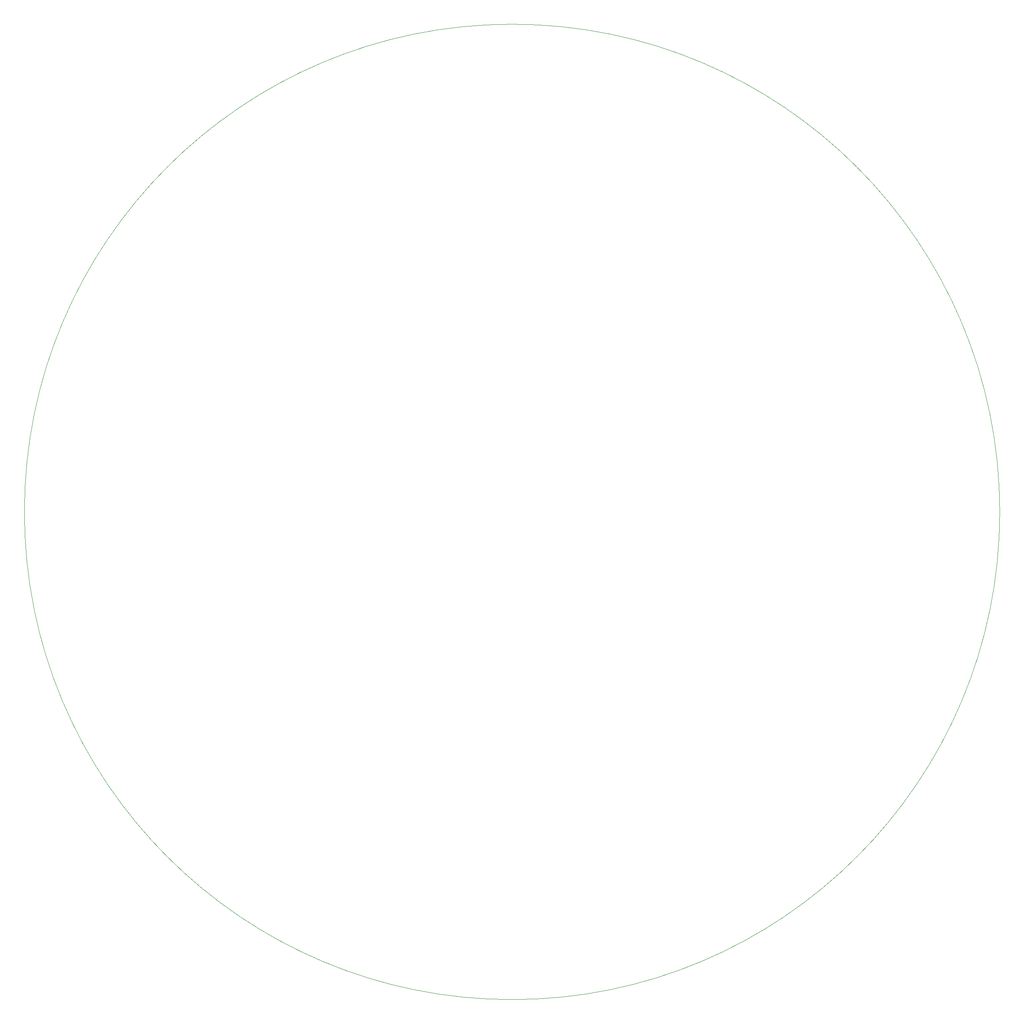
<source format=gbr>
G04*
%FSLAX26Y26*%
%MOMM*%
%TF.CreationDate,2025-06-24T07:43:11+08*%
G01*
G75*
%ADD010C,0.010000*%
D010*
X110000000Y0D02*
G03*
I-100000000J0D01*
M02*

</source>
